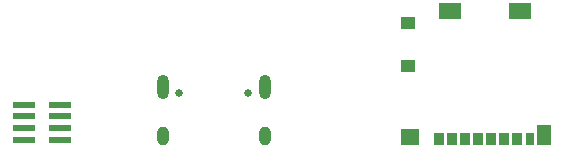
<source format=gbs>
G04 #@! TF.GenerationSoftware,KiCad,Pcbnew,7.0.1-0*
G04 #@! TF.CreationDate,2023-05-01T16:00:43+08:00*
G04 #@! TF.ProjectId,slimarm_almond_mini,736c696d-6172-46d5-9f61-6c6d6f6e645f,rev?*
G04 #@! TF.SameCoordinates,Original*
G04 #@! TF.FileFunction,Soldermask,Bot*
G04 #@! TF.FilePolarity,Negative*
%FSLAX46Y46*%
G04 Gerber Fmt 4.6, Leading zero omitted, Abs format (unit mm)*
G04 Created by KiCad (PCBNEW 7.0.1-0) date 2023-05-01 16:00:43*
%MOMM*%
%LPD*%
G01*
G04 APERTURE LIST*
%ADD10C,0.650000*%
%ADD11O,1.000000X2.100000*%
%ADD12O,1.000000X1.600000*%
%ADD13R,1.170000X1.800000*%
%ADD14R,1.900000X1.350000*%
%ADD15R,1.550000X1.350000*%
%ADD16R,1.200000X1.000000*%
%ADD17R,0.750000X1.100000*%
%ADD18R,0.850000X1.100000*%
%ADD19R,1.850000X0.500000*%
G04 APERTURE END LIST*
D10*
G04 #@! TO.C,J4*
X37240000Y-41970000D03*
X43020000Y-41970000D03*
D11*
X35810000Y-41440000D03*
D12*
X35810000Y-45620000D03*
D11*
X44450000Y-41440000D03*
D12*
X44450000Y-45620000D03*
G04 #@! TD*
D13*
G04 #@! TO.C,J1*
X68115000Y-45515000D03*
D14*
X66090000Y-35040000D03*
X60120000Y-35040000D03*
D15*
X56795000Y-45740000D03*
D16*
X56620000Y-36015000D03*
X56620000Y-39715000D03*
D17*
X66905000Y-45865000D03*
D18*
X65855000Y-45865000D03*
X64755000Y-45865000D03*
X63655000Y-45865000D03*
X62555000Y-45865000D03*
X61455000Y-45865000D03*
X60355000Y-45865000D03*
X59255000Y-45865000D03*
G04 #@! TD*
D19*
G04 #@! TO.C,J2*
X24110000Y-42960000D03*
X27160000Y-42960000D03*
X24110000Y-43960000D03*
X27160000Y-43960000D03*
X24110000Y-44960000D03*
X27160000Y-44960000D03*
X24110000Y-45960000D03*
X27160000Y-45960000D03*
G04 #@! TD*
M02*

</source>
